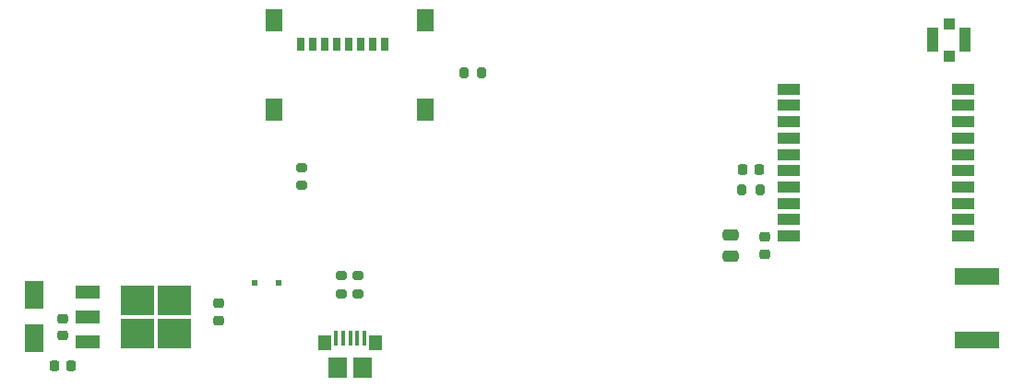
<source format=gbp>
%TF.GenerationSoftware,KiCad,Pcbnew,(6.0.5)*%
%TF.CreationDate,2023-05-13T15:18:51-04:00*%
%TF.ProjectId,SAP Mk2,53415020-4d6b-4322-9e6b-696361645f70,rev?*%
%TF.SameCoordinates,Original*%
%TF.FileFunction,Paste,Bot*%
%TF.FilePolarity,Positive*%
%FSLAX46Y46*%
G04 Gerber Fmt 4.6, Leading zero omitted, Abs format (unit mm)*
G04 Created by KiCad (PCBNEW (6.0.5)) date 2023-05-13 15:18:51*
%MOMM*%
%LPD*%
G01*
G04 APERTURE LIST*
G04 Aperture macros list*
%AMRoundRect*
0 Rectangle with rounded corners*
0 $1 Rounding radius*
0 $2 $3 $4 $5 $6 $7 $8 $9 X,Y pos of 4 corners*
0 Add a 4 corners polygon primitive as box body*
4,1,4,$2,$3,$4,$5,$6,$7,$8,$9,$2,$3,0*
0 Add four circle primitives for the rounded corners*
1,1,$1+$1,$2,$3*
1,1,$1+$1,$4,$5*
1,1,$1+$1,$6,$7*
1,1,$1+$1,$8,$9*
0 Add four rect primitives between the rounded corners*
20,1,$1+$1,$2,$3,$4,$5,0*
20,1,$1+$1,$4,$5,$6,$7,0*
20,1,$1+$1,$6,$7,$8,$9,0*
20,1,$1+$1,$8,$9,$2,$3,0*%
G04 Aperture macros list end*
%ADD10R,4.190000X1.500000*%
%ADD11R,0.800000X1.200000*%
%ADD12R,1.500000X2.000000*%
%ADD13R,0.500000X0.500000*%
%ADD14R,1.000000X1.000000*%
%ADD15R,1.050000X2.200000*%
%ADD16RoundRect,0.200000X0.275000X-0.200000X0.275000X0.200000X-0.275000X0.200000X-0.275000X-0.200000X0*%
%ADD17R,0.400000X1.400000*%
%ADD18R,1.750000X1.900000*%
%ADD19R,1.150000X1.450000*%
%ADD20R,1.800000X2.500000*%
%ADD21R,2.000000X1.000000*%
%ADD22RoundRect,0.225000X-0.250000X0.225000X-0.250000X-0.225000X0.250000X-0.225000X0.250000X0.225000X0*%
%ADD23RoundRect,0.200000X0.200000X0.275000X-0.200000X0.275000X-0.200000X-0.275000X0.200000X-0.275000X0*%
%ADD24R,3.050000X2.750000*%
%ADD25R,2.200000X1.200000*%
%ADD26RoundRect,0.218750X-0.218750X-0.256250X0.218750X-0.256250X0.218750X0.256250X-0.218750X0.256250X0*%
%ADD27RoundRect,0.250000X-0.475000X0.250000X-0.475000X-0.250000X0.475000X-0.250000X0.475000X0.250000X0*%
%ADD28RoundRect,0.218750X0.256250X-0.218750X0.256250X0.218750X-0.256250X0.218750X-0.256250X-0.218750X0*%
%ADD29RoundRect,0.225000X-0.225000X-0.250000X0.225000X-0.250000X0.225000X0.250000X-0.225000X0.250000X0*%
G04 APERTURE END LIST*
D10*
%TO.C,AE1*%
X196013492Y-127931244D03*
X196013492Y-133742815D03*
%TD*%
D11*
%TO.C,J6*%
X141655000Y-106595000D03*
X140555000Y-106595000D03*
X139455000Y-106595000D03*
X138355000Y-106595000D03*
X137255000Y-106595000D03*
X136155000Y-106595000D03*
X135055000Y-106595000D03*
X133955000Y-106595000D03*
D12*
X131485000Y-104395000D03*
X131485000Y-112595000D03*
X145375000Y-112595000D03*
X145375000Y-104395000D03*
%TD*%
D13*
%TO.C,D2*%
X129710000Y-128524000D03*
X131910000Y-128524000D03*
%TD*%
D14*
%TO.C,AE2*%
X193422295Y-107712749D03*
D15*
X194897295Y-106212749D03*
D14*
X193422295Y-104712749D03*
D15*
X191947295Y-106212749D03*
%TD*%
D16*
%TO.C,R36*%
X133985000Y-119570000D03*
X133985000Y-117920000D03*
%TD*%
D17*
%TO.C,J1*%
X139773400Y-133646400D03*
X139123400Y-133646400D03*
X138473400Y-133646400D03*
X137823400Y-133646400D03*
X137173400Y-133646400D03*
D18*
X137348400Y-136296400D03*
X139598400Y-136296400D03*
D19*
X140793400Y-134066400D03*
X136153400Y-134066400D03*
%TD*%
D20*
%TO.C,D1*%
X109474000Y-133622800D03*
X109474000Y-129622800D03*
%TD*%
D21*
%TO.C,U7*%
X178690000Y-124225000D03*
X178690000Y-122725000D03*
X178690000Y-121225000D03*
X178690000Y-119725000D03*
X178690000Y-118225000D03*
X178690000Y-116725000D03*
X178690000Y-115225000D03*
X178690000Y-113725000D03*
X178690000Y-112225000D03*
X178690000Y-110725000D03*
X194690000Y-110725000D03*
X194690000Y-112225000D03*
X194690000Y-113725000D03*
X194690000Y-115225000D03*
X194690000Y-116725000D03*
X194690000Y-118225000D03*
X194690000Y-119725000D03*
X194690000Y-121225000D03*
X194690000Y-122725000D03*
X194690000Y-124225000D03*
%TD*%
D16*
%TO.C,R8*%
X139192000Y-129540000D03*
X139192000Y-127890000D03*
%TD*%
%TO.C,R7*%
X137668000Y-129540000D03*
X137668000Y-127890000D03*
%TD*%
D22*
%TO.C,C6*%
X112115600Y-131813000D03*
X112115600Y-133363000D03*
%TD*%
D23*
%TO.C,R9*%
X176085000Y-120015000D03*
X174435000Y-120015000D03*
%TD*%
D24*
%TO.C,U1*%
X122325000Y-130097800D03*
X118975000Y-130097800D03*
X118975000Y-133147800D03*
X122325000Y-133147800D03*
D25*
X114350000Y-133902800D03*
X114350000Y-131622800D03*
X114350000Y-129342800D03*
%TD*%
D26*
%TO.C,D4*%
X174472500Y-118110000D03*
X176047500Y-118110000D03*
%TD*%
D27*
%TO.C,FB1*%
X173355000Y-124145000D03*
X173355000Y-126045000D03*
%TD*%
D22*
%TO.C,C19*%
X176530000Y-124320000D03*
X176530000Y-125870000D03*
%TD*%
D28*
%TO.C,D3*%
X126365000Y-131978500D03*
X126365000Y-130403500D03*
%TD*%
D29*
%TO.C,C3*%
X111340600Y-136144000D03*
X112890600Y-136144000D03*
%TD*%
D23*
%TO.C,R37*%
X150558000Y-109220000D03*
X148908000Y-109220000D03*
%TD*%
M02*

</source>
